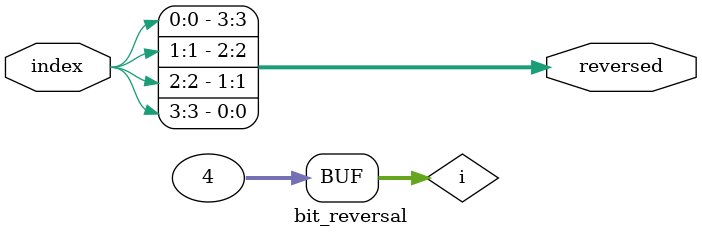
<source format=v>
module bit_reversal #(
    parameter N = 16                    // FFT size
)(
    input  [$clog2(N)-1:0] index,       // Input index
    output reg [$clog2(N)-1:0] reversed // Bit-reversed output
);

    integer i;
    always @(*) begin
        reversed = 0;
        for (i = 0; i < $clog2(N); i = i + 1) begin
            reversed[i] = index[$clog2(N)-1 - i];
        end
    end
endmodule 
</source>
